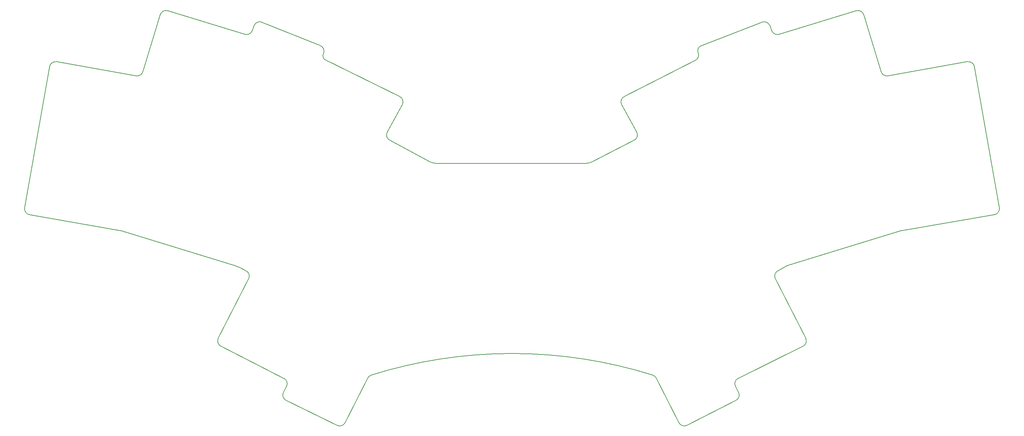
<source format=gbr>
%TF.GenerationSoftware,KiCad,Pcbnew,(6.0.4)*%
%TF.CreationDate,2022-08-21T15:28:52+02:00*%
%TF.ProjectId,Asfoora,4173666f-6f72-4612-9e6b-696361645f70,rev?*%
%TF.SameCoordinates,Original*%
%TF.FileFunction,Profile,NP*%
%FSLAX46Y46*%
G04 Gerber Fmt 4.6, Leading zero omitted, Abs format (unit mm)*
G04 Created by KiCad (PCBNEW (6.0.4)) date 2022-08-21 15:28:52*
%MOMM*%
%LPD*%
G01*
G04 APERTURE LIST*
%TA.AperFunction,Profile*%
%ADD10C,0.150000*%
%TD*%
G04 APERTURE END LIST*
D10*
X184257744Y-65414361D02*
G75*
G03*
X184913264Y-63396860I-681144J1336561D01*
G01*
X181709868Y-54305808D02*
G75*
G03*
X181054345Y-56323305I680932J-1336492D01*
G01*
X247025956Y-47965231D02*
G75*
G03*
X248720856Y-49003894I1434444J438531D01*
G01*
X242591814Y-33461914D02*
X247025926Y-47965240D01*
X105266397Y-43448896D02*
G75*
G03*
X104491374Y-41357849I-1339997J692496D01*
G01*
X110749587Y-137272342D02*
X116546623Y-125895018D01*
X53814394Y-88444147D02*
X82798839Y-97305581D01*
X108732097Y-137927856D02*
G75*
G03*
X110749587Y-137272343I681003J1336456D01*
G01*
X78547794Y-115788422D02*
X86265632Y-100641312D01*
X188961324Y-125145151D02*
G75*
G03*
X117432955Y-125145151I-35764184J-113673632D01*
G01*
X85307729Y-38468137D02*
G75*
G03*
X87137046Y-37595643I438571J1434437D01*
G01*
X133856573Y-71273796D02*
X172037705Y-71273796D01*
X29339173Y-82594012D02*
X35677332Y-46648529D01*
X252257970Y-88401396D02*
G75*
G03*
X252079885Y-88444147I260130J-1475904D01*
G01*
X242591820Y-33461912D02*
G75*
G03*
X240718799Y-32466015I-1434420J-438488D01*
G01*
X117432957Y-125145159D02*
G75*
G03*
X116546622Y-125895018I450243J-1430941D01*
G01*
X189847656Y-125895018D02*
X195644692Y-137272342D01*
X121481014Y-63396860D02*
X125339934Y-56323304D01*
X53814394Y-88444146D02*
G75*
G03*
X53636309Y-88401393I-438594J-1434654D01*
G01*
X197662188Y-137927867D02*
X210136279Y-131572000D01*
X221086566Y-38468191D02*
X240718799Y-32466015D01*
X89656432Y-35364144D02*
X104491374Y-41357850D01*
X181054345Y-56323304D02*
X184913264Y-63396860D01*
X227190951Y-117805899D02*
G75*
G03*
X227846486Y-115788423I-680951J1336499D01*
G01*
X79203318Y-117805918D02*
X95241435Y-125977747D01*
X37415007Y-45431838D02*
G75*
G03*
X35677332Y-46648528I-260507J-1477162D01*
G01*
X201168000Y-41402000D02*
X216737846Y-35364144D01*
X125339944Y-56323309D02*
G75*
G03*
X124684409Y-54305809I-1336744J680909D01*
G01*
X219257204Y-37595655D02*
G75*
G03*
X221086566Y-38468191I1390796J561955D01*
G01*
X218690532Y-36193010D02*
X219257233Y-37595643D01*
X199812895Y-45081851D02*
G75*
G03*
X200522687Y-43183437I-681095J1336551D01*
G01*
X89656426Y-35364162D02*
G75*
G03*
X87703747Y-36193010I-561926J-1390738D01*
G01*
X59368353Y-47965240D02*
X63802465Y-33461914D01*
X57673422Y-49003903D02*
G75*
G03*
X59368354Y-47965239I260478J1477203D01*
G01*
X87137046Y-37595643D02*
X87703747Y-36193010D01*
X248720856Y-49003894D02*
X268979264Y-45431790D01*
X83881105Y-97742845D02*
X82798839Y-97305581D01*
X220784167Y-98623807D02*
G75*
G03*
X220128647Y-100641312I680933J-1336493D01*
G01*
X65675479Y-32466015D02*
X85307713Y-38468191D01*
X132494607Y-70946804D02*
G75*
G03*
X133856573Y-71273796I1361993J2673004D01*
G01*
X121481030Y-63396868D02*
G75*
G03*
X122136538Y-65414356I1336370J-681032D01*
G01*
X210652844Y-125977747D02*
X227190961Y-117805918D01*
X223095440Y-97305581D02*
X252079885Y-88444147D01*
X275838368Y-84331709D02*
G75*
G03*
X277055106Y-82594012I-260468J1477209D01*
G01*
X201167998Y-41401997D02*
G75*
G03*
X200522687Y-43183437I629702J-1235703D01*
G01*
X173399677Y-70946815D02*
X184257741Y-65414355D01*
X30555913Y-84331696D02*
X53636309Y-88401393D01*
X210791803Y-129554504D02*
X209997320Y-127995243D01*
X105266386Y-43448891D02*
G75*
G03*
X105603488Y-44843872I939414J-511209D01*
G01*
X95896992Y-127995260D02*
G75*
G03*
X95241435Y-125977747I-1336592J680960D01*
G01*
X95758000Y-131572000D02*
X108732091Y-137927867D01*
X270716947Y-46648529D02*
X277055106Y-82594012D01*
X78547783Y-115788417D02*
G75*
G03*
X79203317Y-117805917I1336517J-680983D01*
G01*
X181709869Y-54305809D02*
X199812897Y-45081855D01*
X252257970Y-88401393D02*
X275838366Y-84331696D01*
X95102493Y-129554513D02*
G75*
G03*
X95758000Y-131572000I1336507J-680987D01*
G01*
X37415016Y-45431790D02*
X57673424Y-49003894D01*
X105603488Y-44843872D02*
X124684409Y-54305809D01*
X95896959Y-127995243D02*
X95102476Y-129554504D01*
X210652856Y-125977771D02*
G75*
G03*
X209997320Y-127995243I681044J-1336529D01*
G01*
X29339203Y-82594017D02*
G75*
G03*
X30555913Y-84331696I1477197J-260483D01*
G01*
X189847666Y-125895013D02*
G75*
G03*
X188961324Y-125145151I-1336666J-681187D01*
G01*
X220128647Y-100641312D02*
X227846485Y-115788422D01*
X210136284Y-131572010D02*
G75*
G03*
X210791803Y-129554504I-680984J1336510D01*
G01*
X86265592Y-100641292D02*
G75*
G03*
X85610108Y-98623816I-1336492J680992D01*
G01*
X195644706Y-137272336D02*
G75*
G03*
X197662188Y-137927867I1336494J680936D01*
G01*
X218690523Y-36193014D02*
G75*
G03*
X216737846Y-35364144I-1390723J-561786D01*
G01*
X65675466Y-32466059D02*
G75*
G03*
X63802465Y-33461915I-438566J-1434441D01*
G01*
X122136538Y-65414356D02*
X132494602Y-70946815D01*
X85610108Y-98623816D02*
X83881105Y-97742845D01*
X172037705Y-71273798D02*
G75*
G03*
X173399677Y-70946816I95J2999598D01*
G01*
X270716905Y-46648536D02*
G75*
G03*
X268979264Y-45431790I-1477205J-260464D01*
G01*
X223095440Y-97305581D02*
X220784171Y-98623816D01*
M02*

</source>
